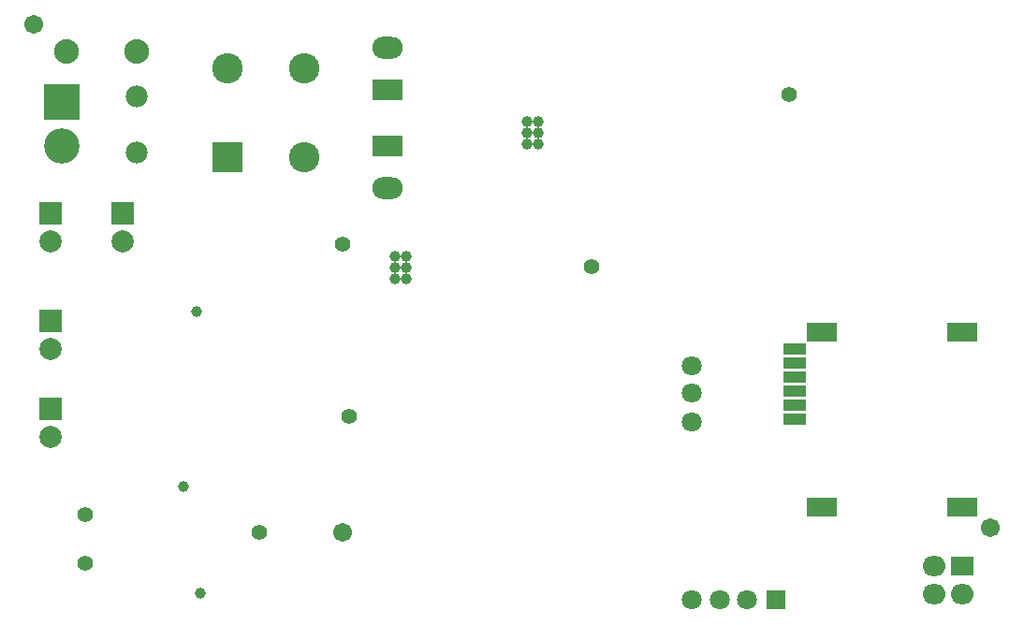
<source format=gbs>
G04 Layer_Color=16711935*
%FSTAX24Y24*%
%MOIN*%
G70*
G01*
G75*
%ADD128C,0.0671*%
%ADD129R,0.0789X0.0789*%
%ADD130C,0.0789*%
%ADD131C,0.0880*%
%ADD132C,0.0780*%
%ADD133R,0.1080X0.1080*%
%ADD134C,0.1080*%
%ADD135O,0.1080X0.0780*%
%ADD136R,0.1080X0.0780*%
%ADD137C,0.0395*%
%ADD138C,0.0710*%
%ADD139O,0.0828X0.0710*%
%ADD140R,0.0828X0.0710*%
%ADD141R,0.0710X0.0710*%
%ADD142C,0.0552*%
%ADD143C,0.0671*%
%ADD144R,0.1261X0.1261*%
%ADD145C,0.1261*%
%ADD146R,0.1104X0.0710*%
%ADD147R,0.0789X0.0395*%
D128*
X051378Y020866D02*
D03*
X017323Y03878D02*
D03*
D129*
X017913Y025079D02*
D03*
Y032047D02*
D03*
X020472D02*
D03*
X017913Y028228D02*
D03*
D130*
Y024079D02*
D03*
Y031047D02*
D03*
X020472D02*
D03*
X017913Y027228D02*
D03*
D131*
X018491Y037805D02*
D03*
X020991D02*
D03*
D132*
X020984Y036213D02*
D03*
Y034213D02*
D03*
D133*
X024213Y034055D02*
D03*
D134*
X026969D02*
D03*
Y037205D02*
D03*
X024213D02*
D03*
D135*
X029921Y037937D02*
D03*
Y032949D02*
D03*
D136*
Y036437D02*
D03*
Y034449D02*
D03*
D137*
X034882Y035315D02*
D03*
Y034921D02*
D03*
Y034528D02*
D03*
X035276D02*
D03*
Y034921D02*
D03*
Y035315D02*
D03*
X030197Y030512D02*
D03*
Y030118D02*
D03*
Y029724D02*
D03*
X030591D02*
D03*
Y030118D02*
D03*
Y030512D02*
D03*
X023268Y018504D02*
D03*
X022638Y022323D02*
D03*
X02311Y028543D02*
D03*
D138*
X040748Y02463D02*
D03*
Y02564D02*
D03*
Y02662D02*
D03*
X04273Y018268D02*
D03*
X04175D02*
D03*
X04074D02*
D03*
D139*
X049394Y019488D02*
D03*
Y018488D02*
D03*
X050394D02*
D03*
D140*
Y019488D02*
D03*
D141*
X04374Y018268D02*
D03*
D142*
X025346Y020669D02*
D03*
X01914Y019577D02*
D03*
Y021309D02*
D03*
X028307Y030945D02*
D03*
X037185Y030138D02*
D03*
X044213Y036299D02*
D03*
X028543Y024803D02*
D03*
D143*
X028307Y020669D02*
D03*
D144*
X018307Y036024D02*
D03*
D145*
Y034449D02*
D03*
D146*
X045394Y027819D02*
D03*
Y021598D02*
D03*
X050386D02*
D03*
Y027819D02*
D03*
D147*
X044409Y027205D02*
D03*
Y026705D02*
D03*
Y026205D02*
D03*
Y025705D02*
D03*
Y025205D02*
D03*
Y024705D02*
D03*
M02*

</source>
